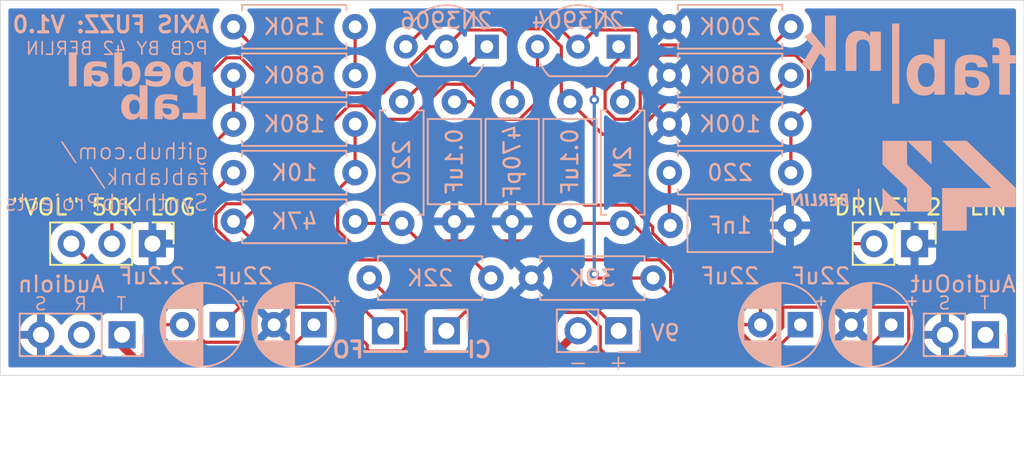
<source format=kicad_pcb>
(kicad_pcb (version 20240108) (generator "pcbnew") (generator_version "8.0")
  (layers (0 "F.Cu" signal) (31 "B.Cu" signal) (34 "B.Paste" user) (35 "F.Paste" user) (36 "B.SilkS" user "B.Silkscreen") (37 "F.SilkS" user "F.Silkscreen") (38 "B.Mask" user) (39 "F.Mask" user) (44 "Edge.Cuts" user))
  (net 0 "")
  (net 1 "Net-(C1-Pad2)")
  (net 2 "Net-(C1-Pad1)")
  (net 3 "Net-(C2-Pad1)")
  (net 4 "Net-(Q2-B)")
  (net 5 "Net-(Q1-E)")
  (net 6 "Net-(Q1-C)")
  (net 7 "Net-(Q1-B)")
  (net 8 "Net-(Q2-E)")
  (net 9 "Net-(R2-Pad2)")
  (net 10 "Net-(R13-Pad2)")
  (net 11 "GND")
  (net 12 "Net-(C4-Pad1)")
  (net 13 "Net-(C7-Pad1)")
  (net 14 "Net-(J3-Pin_1)")
  (net 15 "Net-(C7-Pad2)")
  (net 16 "Net-(J2-Pin_1)")
  (net 17 "Net-(R4-Pad1)")
  (net 18 "-9V")
  (net 19 "Net-(J10-PadR)")
  (net 20 "Net-(J12-PadT)")
  (footprint "Connector_PinHeader_2.54mm:PinHeader_1x02_P2.54mm_Vertical" (layer "F.Cu") (at 177.927 69.85 -90)
    (property "Reference" "\"DRIVE\" 2K LIN")
    (property "Value" "2K lin DRIVE")
  )
  (footprint "Connector_PinHeader_2.54mm:PinHeader_1x03_P2.54mm_Vertical" (layer "F.Cu") (at 130.175 69.85 -90)
    (property "Reference" "\"VOL\" 50K LOG")
    (property "Value" "50K log VOL")
  )
  (footprint "Resistor_THT:R_Axial_DIN0207_L6.3mm_D2.5mm_P7.62mm_Horizontal" (layer "B.Cu") (at 162.56 62.357)
    (property "Reference" "R6" (hide yes))
    (property "Value" "100K")
  )
  (footprint "Resistor_THT:R_Axial_DIN0207_L6.3mm_D2.5mm_P7.62mm_Horizontal" (layer "B.Cu") (at 153.924 72.009)
    (property "Reference" "R8" (hide yes))
    (property "Value" "39K")
  )
  (footprint "Resistor_THT:R_Axial_DIN0207_L6.3mm_D2.5mm_P7.62mm_Horizontal" (layer "B.Cu") (at 159.639 60.96 -90)
    (property "Reference" "R9" (hide yes))
    (property "Value" "2M")
  )
  (footprint "Capacitor_THT:C_Axial_L5.1mm_D3.1mm_P7.50mm_Horizontal" (layer "B.Cu") (at 156.337 68.46 90)
    (property "Reference" "C5" (hide yes))
    (property "Value" "0.1uF")
  )
  (footprint "Resistor_THT:R_Axial_DIN0207_L6.3mm_D2.5mm_P7.62mm_Horizontal" (layer "B.Cu") (at 135.255 62.357)
    (property "Reference" "R2" (hide yes))
    (property "Value" "180K")
  )
  (footprint "Capacitor_THT:CP_Radial_D5.0mm_P2.50mm" (layer "B.Cu") (at 176.465113 74.93 180)
    (property "Reference" "C3" (hide yes))
    (property "Value" "22uF")
  )
  (footprint "Resistor_THT:R_Axial_DIN0207_L6.3mm_D2.5mm_P7.62mm_Horizontal" (layer "B.Cu") (at 162.56 56.261)
    (property "Reference" "R13" (hide yes))
    (property "Value" "200K")
  )
  (footprint "Capacitor_THT:CP_Radial_D5.0mm_P2.50mm" (layer "B.Cu") (at 134.555113 74.93 180)
    (property "Reference" "C1" (hide yes))
    (property "Value" "2.2uF")
  )
  (footprint "Capacitor_THT:C_Axial_L5.1mm_D3.1mm_P7.50mm_Horizontal" (layer "B.Cu") (at 149.098 60.96 -90)
    (property "Reference" "C8" (hide yes))
    (property "Value" "0.1uF")
  )
  (footprint "Resistor_THT:R_Axial_DIN0207_L6.3mm_D2.5mm_P7.62mm_Horizontal" (layer "B.Cu") (at 145.796 68.58 90)
    (property "Reference" "R11" (hide yes))
    (property "Value" "220")
  )
  (footprint "Connector_PinHeader_2.54mm:PinHeader_1x01_P2.54mm_Vertical" (layer "B.Cu") (at 148.59 75.311 180)
    (property "Reference" "J3" (hide yes))
    (property "Value" "From FX Send")
  )
  (footprint "Resistor_THT:R_Axial_DIN0207_L6.3mm_D2.5mm_P7.62mm_Horizontal" (layer "B.Cu") (at 170.18 65.405 180)
    (property "Reference" "R5" (hide yes))
    (property "Value" "220")
  )
  (footprint "Library:PinHeader_1x02_P2.54mm_Vertical_TS" (layer "B.Cu") (at 182.372 75.565 90)
    (property "Reference" "J12" (hide yes))
    (property "Value" "AudioOut")
  )
  (footprint "Resistor_THT:R_Axial_DIN0207_L6.3mm_D2.5mm_P7.62mm_Horizontal" (layer "B.Cu") (at 142.875 59.309 180)
    (property "Reference" "R4" (hide yes))
    (property "Value" "680K")
  )
  (footprint "Connector_PinHeader_2.54mm:PinHeader_1x01_P2.54mm_Vertical" (layer "B.Cu") (at 144.78 75.311 180)
    (property "Reference" "J2" (hide yes))
    (property "Value" "FX Return")
  )
  (footprint "Library:PinHeader_1x03_P2.54mm_Vertical_TRS" (layer "B.Cu") (at 128.27 75.565 90)
    (property "Reference" "J10" (hide yes))
    (property "Value" "AudioIn")
  )
  (footprint "Package_TO_SOT_THT:TO-92_Inline_Wide" (layer "B.Cu") (at 159.385 57.51 180)
    (property "Reference" "Q1" (hide yes))
    (property "Value" "2N3904")
  )
  (footprint "Capacitor_THT:C_Axial_L5.1mm_D3.1mm_P7.50mm_Horizontal" (layer "B.Cu") (at 152.7175 60.96 -90)
    (property "Reference" "C6" (hide yes))
    (property "Value" "470pF")
  )
  (footprint "Package_TO_SOT_THT:TO-92_Inline_Wide" (layer "B.Cu") (at 151.13 57.51 180)
    (property "Reference" "Q2" (hide yes))
    (property "Value" "2N3906")
  )
  (footprint "Connector_PinHeader_2.54mm:PinHeader_1x02_P2.54mm_Vertical" (layer "B.Cu") (at 159.385 75.311 90)
    (property "Reference" "V1" (hide yes))
    (property "Value" "9V")
  )
  (footprint "Resistor_THT:R_Axial_DIN0207_L6.3mm_D2.5mm_P7.62mm_Horizontal" (layer "B.Cu") (at 162.56 59.309)
    (property "Reference" "R10" (hide yes))
    (property "Value" "680K")
  )
  (footprint "Resistor_THT:R_Axial_DIN0207_L6.3mm_D2.5mm_P7.62mm_Horizontal" (layer "B.Cu") (at 135.255 68.453)
    (property "Reference" "R12" (hide yes))
    (property "Value" "47K")
  )
  (footprint "Capacitor_THT:CP_Radial_D5.0mm_P2.50mm" (layer "B.Cu") (at 140.295 74.93 180)
    (property "Reference" "C2" (hide yes))
    (property "Value" "22uF")
  )
  (footprint "Resistor_THT:R_Axial_DIN0207_L6.3mm_D2.5mm_P7.62mm_Horizontal" (layer "B.Cu") (at 143.764 72.009)
    (property "Reference" "R1" (hide yes))
    (property "Value" "22K")
  )
  (footprint "Resistor_THT:R_Axial_DIN0207_L6.3mm_D2.5mm_P7.62mm_Horizontal" (layer "B.Cu") (at 135.255 56.261)
    (property "Reference" "R7" (hide yes))
    (property "Value" "150K")
  )
  (footprint "Capacitor_THT:CP_Radial_D5.0mm_P2.50mm" (layer "B.Cu") (at 170.775 74.93 180)
    (property "Reference" "C7" (hide yes))
    (property "Value" "22uF")
  )
  (footprint "Capacitor_THT:C_Axial_L5.1mm_D3.1mm_P7.50mm_Horizontal" (layer "B.Cu") (at 162.62 68.707)
    (property "Reference" "C4" (hide yes))
    (property "Value" "1nF")
  )
  (footprint "Resistor_THT:R_Axial_DIN0207_L6.3mm_D2.5mm_P7.62mm_Horizontal" (layer "B.Cu") (at 142.875 65.405 180)
    (property "Reference" "R3" (hide yes))
    (property "Value" "10K")
  )
  (gr_poly (pts (xy 179.139885 58.311012) (xy 179.11893 58.281285) (xy 179.09565 58.251791) (xy 179.069889 58.222762) (xy 179.041493 58.19443) (xy 179.026258 58.180598) (xy 179.010306 58.167028) (xy 178.993618 58.153749) (xy 178.976174 58.14079) (xy 178.957955 58.128179) (xy 178.938941 58.115946) (xy 178.919113 58.10412) (xy 178.898452 58.092731) (xy 178.876939 58.081806) (xy 178.854553 58.071375) (xy 178.831276 58.061468) (xy 178.807089 58.052113) (xy 178.781971 58.043339) (xy 178.755903 58.035176) (xy 178.728867 58.027652) (xy 178.700842 58.020797) (xy 178.671809 58.014639) (xy 178.64175 58.009208) (xy 178.610644 58.004533) (xy 178.578472 58.000643) (xy 178.545215 57.997567) (xy 178.510853 57.995333) (xy 178.475368 57.993972) (xy 178.438739 57.993512) (xy 178.376494 57.995127) (xy 178.316263 57.99992) (xy 178.258041 58.007813) (xy 178.201828 58.01873) (xy 178.147621 58.032592) (xy 178.095417 58.049322) (xy 178.045214 58.068843) (xy 177.997009 58.091077) (xy 177.9508 58.115946) (xy 177.906585 58.143373) (xy 177.864361 58.173281) (xy 177.824125 58.205592) (xy 177.785876 58.240228) (xy 177.749611 58.277112) (xy 177.715328 58.316167) (xy 177.683023 58.357314) (xy 177.652695 58.400477) (xy 177.624341 58.445577) (xy 177.597959 58.492538) (xy 177.573546 58.541282) (xy 177.551101 58.591731) (xy 177.53062 58.643808) (xy 177.5121 58.697436) (xy 177.495541 58.752536) (xy 177.480939 58.809031) (xy 177.468291 58.866844) (xy 177.457596 58.925897) (xy 177.448851 58.986113) (xy 177.442054 59.047414) (xy 177.437201 59.109723) (xy 177.433323 59.237054) (xy 177.437654 59.365425) (xy 177.450608 59.491974) (xy 177.472128 59.61581) (xy 177.502156 59.736041) (xy 177.540632 59.851777) (xy 177.587499 59.962126) (xy 177.642699 60.066196) (xy 177.673406 60.115597) (xy 177.706174 60.163095) (xy 177.740996 60.208578) (xy 177.777865 60.251934) (xy 177.816774 60.293051) (xy 177.857715 60.331819) (xy 177.900681 60.368126) (xy 177.945665 60.40186) (xy 177.99266 60.43291) (xy 178.041657 60.461165) (xy 178.092651 60.486513) (xy 178.145634 60.508843) (xy 178.200598 60.528043) (xy 178.257536 60.544002) (xy 178.316441 60.556609) (xy 178.377305 60.565751) (xy 178.440123 60.571319) (xy 178.504885 60.573199) (xy 178.571899 60.571966) (xy 178.634205 60.56829) (xy 178.692054 60.562212) (xy 178.745697 60.553769) (xy 178.795387 60.543001) (xy 178.841376 60.529946) (xy 178.883915 60.514643) (xy 178.923257 60.497131) (xy 178.959654 60.477449) (xy 178.993356 60.455635) (xy 179.024617 60.431728) (xy 179.053689 60.405767) (xy 179.080822 60.377791) (xy 179.106269 60.347838) (xy 179.130283 60.315948) (xy 179.153114 60.282158) (xy 179.153708 60.312466) (xy 179.155388 60.34355) (xy 179.157997 60.374943) (xy 179.161382 60.406182) (xy 179.165387 60.4368) (xy 179.169857 60.466333) (xy 179.174637 60.494316) (xy 179.179573 60.520284) (xy 179.827802 60.520284) (xy 179.827802 59.713305) (xy 179.827802 59.28997) (xy 179.179573 59.28997) (xy 179.178139 59.365873) (xy 179.173682 59.439548) (xy 179.165969 59.510625) (xy 179.154768 59.578738) (xy 179.139846 59.643518) (xy 179.120971 59.704596) (xy 179.097911 59.761605) (xy 179.084738 59.788468) (xy 179.070432 59.814176) (xy 179.054963 59.838682) (xy 179.038302 59.861941) (xy 179.02042 59.883906) (xy 179.001289 59.904532) (xy 178.980878 59.923772) (xy 178.95916 59.941581) (xy 178.936104 59.957912) (xy 178.911682 59.972719) (xy 178.885865 59.985957) (xy 178.858623 59.997579) (xy 178.829928 60.007539) (xy 178.799751 60.015792) (xy 178.768062 60.02229) (xy 178.734832 60.026989) (xy 178.700033 60.029842) (xy 178.663635 60.030804) (xy 178.630691 60.029916) (xy 178.598829 60.02727) (xy 178.568048 60.02289) (xy 178.538345 60.016799) (xy 178.509718 60.009023) (xy 178.482163 59.999585) (xy 178.45568 59.988509) (xy 178.430264 59.97582) (xy 178.405914 59.961542) (xy 178.382628 59.945699) (xy 178.360403 59.928316) (xy 178.339236 59.909416) (xy 178.319125 59.889024) (xy 178.300068 59.867164) (xy 178.282063 59.84386) (xy 178.265106 59.819137) (xy 178.249196 59.793019) (xy 178.23433 59.765529) (xy 178.220505 59.736693) (xy 178.207719 59.706534) (xy 178.195971 59.675077) (xy 178.185256 59.642346) (xy 178.175574 59.608364) (xy 178.166921 59.573157) (xy 178.159295 59.536749) (xy 178.152694 59.499163) (xy 178.147115 59.460425) (xy 178.142556 59.420557) (xy 178.139014 59.379585) (xy 178.136487 59.337532) (xy 178.134468 59.250283) (xy 178.136338 59.174677) (xy 178.141987 59.101843) (xy 178.151473 59.03207) (xy 178.164854 58.965649) (xy 178.182188 58.902872) (xy 178.203534 58.844029) (xy 178.228949 58.78941) (xy 178.243201 58.763776) (xy 178.258492 58.739306) (xy 178.274829 58.716039) (xy 178.29222 58.694009) (xy 178.310672 58.673253) (xy 178.330193 58.653808) (xy 178.350789 58.635709) (xy 178.372467 58.618994) (xy 178.395236 58.603698) (xy 178.419102 58.589858) (xy 178.444073 58.57751) (xy 178.470155 58.566691) (xy 178.497357 58.557436) (xy 178.525685 58.549783) (xy 178.555146 58.543767) (xy 178.585749 58.539425) (xy 178.6175 58.536793) (xy 178.650406 58.535908) (xy 178.686842 58.536644) (xy 178.721752 58.538853) (xy 178.75516 58.542535) (xy 178.78709 58.54769) (xy 178.817567 58.554318) (xy 178.846615 58.562418) (xy 178.874258 58.571991) (xy 178.90052 58.583037) (xy 178.925426 58.595555) (xy 178.948999 58.609547) (xy 178.971264 58.625011) (xy 178.992246 58.641948) (xy 179.011967 58.660358) (xy 179.030454 58.68024) (xy 179.047729 58.701596) (xy 179.063817 58.724424) (xy 179.078743 58.748724) (xy 179.09253 58.774498) (xy 179.105203 58.801745) (xy 179.116786 58.830464) (xy 179.127303 58.860656) (xy 179.136778 58.89232) (xy 179.145236 58.925458) (xy 179.152701 58.960068) (xy 179.159197 58.996151) (xy 179.164748 59.033707) (xy 179.173113 59.113237) (xy 179.17799 59.198658) (xy 179.179573 59.28997) (xy 179.827802 59.28997) (xy 179.827801 57.041012) (xy 179.139885 57.041012)) (fill solid) (layer "B.SilkS"))
  (gr_poly (pts (xy 183.089979 56.98869) (xy 183.044556 56.990369) (xy 182.999752 56.992979) (xy 182.956499 56.996364) (xy 182.915726 57.000369) (xy 182.878364 57.004839) (xy 182.845343 57.009619) (xy 182.817593 57.014554) (xy 182.817593 57.55695) (xy 182.825186 57.556801) (xy 182.83307 57.556381) (xy 182.849632 57.554883) (xy 182.867125 57.552764) (xy 182.885392 57.550335) (xy 182.90428 57.547906) (xy 182.923633 57.545788) (xy 182.933435 57.544942) (xy 182.943296 57.544289) (xy 182.953195 57.543869) (xy 182.963114 57.543721) (xy 182.998935 57.544674) (xy 183.015818 57.54589) (xy 183.032024 57.547622) (xy 183.047562 57.549888) (xy 183.062439 57.552703) (xy 183.076662 57.556085) (xy 183.090238 57.56005) (xy 183.103174 57.564617) (xy 183.115479 57.569801) (xy 183.127158 57.57562) (xy 183.138219 57.58209) (xy 183.148671 57.589229) (xy 183.158519 57.597054) (xy 183.167771 57.605581) (xy 183.176434 57.614827) (xy 183.184516 57.62481) (xy 183.192024 57.635546) (xy 183.198966 57.647053) (xy 183.205347 57.659347) (xy 183.211176 57.672445) (xy 183.216461 57.686364) (xy 183.221207 57.701121) (xy 183.225423 57.716733) (xy 183.229116 57.733218) (xy 183.232293 57.750591) (xy 183.234961 57.76887) (xy 183.237128 57.788073) (xy 183.239987 57.829314) (xy 183.240926 57.87445) (xy 183.240926 58.0332) (xy 182.804364 58.0332) (xy 182.804364 58.549138) (xy 183.227697 58.549138) (xy 183.227697 60.507054) (xy 183.902385 60.520284) (xy 183.902385 58.562367) (xy 184.272801 58.562367) (xy 184.272801 58.046429) (xy 183.915614 58.046429) (xy 183.915614 57.834762) (xy 183.912662 57.74241) (xy 183.90378 57.65405) (xy 183.888929 57.569953) (xy 183.879254 57.529588) (xy 183.868071 57.490391) (xy 183.855378 57.452395) (xy 183.841167 57.415634) (xy 183.825436 57.380143) (xy 183.808178 57.345955) (xy 183.78939 57.313104) (xy 183.769066 57.281624) (xy 183.747201 57.251549) (xy 183.723791 57.222913) (xy 183.69883 57.19575) (xy 183.672315 57.170093) (xy 183.644239 57.145977) (xy 183.614599 57.123436) (xy 183.583388 57.102503) (xy 183.550604 57.083212) (xy 183.51624 57.065598) (xy 183.480291 57.049694) (xy 183.442754 57.035534) (xy 183.403623 57.023151) (xy 183.362893 57.012581) (xy 183.32056 57.003857) (xy 183.276618 56.997012) (xy 183.231062 56.992081) (xy 183.183889 56.989097) (xy 183.135093 56.988095)) (fill solid) (layer "B.SilkS"))
  (gr_poly (pts (xy 178.995357 64.886248) (xy 178.995357 63.406896) (xy 177.455863 63.406896)) (fill solid) (layer "B.SilkS"))
  (gr_poly (pts (xy 171.140209 67.496368) (xy 171.31396 67.496368) (xy 171.221648 66.708404) (xy 171.047896 66.708404)) (fill solid) (layer "B.SilkS"))
  (gr_poly (pts (xy 176.52051 61.089137) (xy 176.970301 61.089137) (xy 176.970301 56.062054) (xy 176.52051 56.062054)) (fill solid) (layer "B.SilkS"))
  (gr_poly (pts (xy 175.915647 64.886248) (xy 177.455863 66.3656) (xy 177.455863 67.844951) (xy 178.995357 67.844951) (xy 178.995357 66.3656) (xy 177.455863 64.886248) (xy 177.455863 63.406896) (xy 175.915647 63.406896)) (fill solid) (layer "B.SilkS"))
  (gr_poly (pts (xy 172.567768 66.861638) (xy 172.860742 66.861638) (xy 172.882569 67.014149) (xy 172.599757 67.014149) (xy 172.621584 67.168112) (xy 172.903603 67.168112) (xy 172.927575 67.343134) (xy 172.629601 67.343134) (xy 172.650635 67.497098) (xy 173.150778 67.497098) (xy 173.041002 66.708404) (xy 172.54602 66.708404)) (fill solid) (layer "B.SilkS"))
  (gr_poly (pts (xy 170.381305 67.221127) (xy 170.320265 66.708404) (xy 170.146593 66.708404) (xy 170.238906 67.497098) (xy 170.390035 67.497098) (xy 170.738968 66.98147) (xy 170.798579 67.497098) (xy 170.972251 67.497098) (xy 170.878509 66.708404) (xy 170.7273 66.708404)) (fill solid) (layer "B.SilkS"))
  (gr_poly (pts (xy 175.915726 67.844983) (xy 177.455911 67.844983) (xy 175.915726 66.365631)) (fill solid) (layer "B.SilkS"))
  (gr_poly (pts (xy 171.630905 67.343134) (xy 171.396114 67.343134) (xy 171.41429 67.496368) (xy 171.822754 67.496368) (xy 171.729728 66.708404) (xy 171.555974 66.708404)) (fill solid) (layer "B.SilkS"))
  (gr_poly (pts (xy 181.347773 58.009855) (xy 181.234537 58.019247) (xy 181.128587 58.034995) (xy 181.030002 58.057177) (xy 180.983495 58.070705) (xy 180.938857 58.085871) (xy 180.8961 58.102683) (xy 180.855232 58.121153) (xy 180.816263 58.141289) (xy 180.779203 58.163101) (xy 180.744062 58.186599) (xy 180.710848 58.211793) (xy 180.679573 58.238692) (xy 180.650245 58.267307) (xy 180.622874 58.297645) (xy 180.59747 58.329719) (xy 180.574043 58.363536) (xy 180.552602 58.399107) (xy 180.533157 58.436442) (xy 180.515718 58.47555) (xy 180.500294 58.51644) (xy 180.486895 58.559123) (xy 180.475532 58.603609) (xy 180.466212 58.649906) (xy 180.458947 58.698025) (xy 180.453745 58.747975) (xy 180.450617 58.799766) (xy 180.449572 58.853408) (xy 180.449572 59.885284) (xy 180.447298 60.07752) (xy 180.441304 60.272236) (xy 180.437299 60.358898) (xy 180.432829 60.432227) (xy 180.428049 60.487572) (xy 180.423114 60.520284) (xy 181.071343 60.520284) (xy 181.076304 60.497572) (xy 181.081265 60.470054) (xy 181.091187 60.406181) (xy 181.101108 60.339829) (xy 181.106069 60.309211) (xy 181.11103 60.282158) (xy 181.12922 60.309408) (xy 181.149271 60.336444) (xy 181.171492 60.363054) (xy 181.183513 60.376133) (xy 181.196193 60.389025) (xy 181.209571 60.401704) (xy 181.223685 60.414143) (xy 181.238574 60.426315) (xy 181.254277 60.438195) (xy 181.270833 60.449755) (xy 181.28828 60.460968) (xy 181.306658 60.471808) (xy 181.326004 60.482249) (xy 181.346358 60.492263) (xy 181.367759 60.501825) (xy 181.390244 60.510906) (xy 181.413854 60.519482) (xy 181.438626 60.527524) (xy 181.4646 60.535007) (xy 181.491814 60.541904) (xy 181.520308 60.548188) (xy 181.550118 60.553832) (xy 181.581286 60.558811) (xy 181.613848 60.563096) (xy 181.647845 60.566662) (xy 181.683314 60.569482) (xy 181.720295 60.57153) (xy 181.758826 60.572777) (xy 181.798947 60.573199) (xy 181.853752 60.572087) (xy 181.90656 60.568797) (xy 181.957385 60.5634) (xy 182.006247 60.555965) (xy 182.05316 60.546564) (xy 182.098144 60.535266) (xy 182.141213 60.522141) (xy 182.182386 60.50726) (xy 182.221679 60.490693) (xy 182.259109 60.472511) (xy 182.294694 60.452783) (xy 182.328449 60.43158) (xy 182.360393 60.408972) (xy 182.390542 60.385029) (xy 182.418913 60.359822) (xy 182.445522 60.333421) (xy 182.470388 60.305895) (xy 182.493526 60.277316) (xy 182.514955 60.247753) (xy 182.53469 60.217278) (xy 182.552749 60.185959) (xy 182.569148 60.153867) (xy 182.583906 60.121074) (xy 182.597037 60.087647) (xy 182.618493 60.019179) (xy 182.63365 59.949025) (xy 182.642645 59.877747) (xy 182.645613 59.805907) (xy 182.644597 59.76622) (xy 181.957697 59.76622) (xy 181.956447 59.798276) (xy 181.952659 59.829808) (xy 181.949794 59.845312) (xy 181.946274 59.860604) (xy 181.942089 59.875659) (xy 181.937233 59.890451) (xy 181.9317 59.904951) (xy 181.92548 59.919134) (xy 181.918568 59.932974) (xy 181.910956 59.946442) (xy 181.902637 59.959513) (xy 181.893602 59.972161) (xy 181.883846 59.984358) (xy 181.873361 59.996077) (xy 181.86214 60.007293) (xy 181.850175 60.017978) (xy 181.837459 60.028107) (xy 181.823985 60.037651) (xy 181.809745 60.046585) (xy 181.794733 60.054882) (xy 181.77894 60.062515) (xy 181.76236 60.069458) (xy 181.744986 60.075684) (xy 181.72681 60.081166) (xy 181.707825 60.085878) (xy 181.688024 60.089792) (xy 181.667399 60.092884) (xy 181.645943 60.095125) (xy 181.623649 60.096489) (xy 181.60051 60.09695) (xy 181.560696 60.096067) (xy 181.523069 60.093455) (xy 181.48757 60.089167) (xy 181.454136 60.083255) (xy 181.422708 60.075774) (xy 181.393226 60.066777) (xy 181.365628 60.056316) (xy 181.339854 60.044446) (xy 181.315843 60.031219) (xy 181.293536 60.016689) (xy 181.27287 60.00091) (xy 181.253787 59.983933) (xy 181.236224 59.965813) (xy 181.220123 59.946603) (xy 181.205421 59.926357) (xy 181.192059 59.905126) (xy 181.179976 59.882966) (xy 181.169112 59.859929) (xy 181.159405 59.836068) (xy 181.150796 59.811437) (xy 181.143223 59.786089) (xy 181.136627 59.760077) (xy 181.12612 59.706275) (xy 181.118792 59.650458) (xy 181.114157 59.593052) (xy 181.111732 59.534484) (xy 181.111031 59.475179) (xy 181.111031 59.395803) (xy 181.388843 59.395803) (xy 181.462815 59.397347) (xy 181.531031 59.401953) (xy 181.593627 59.409582) (xy 181.650739 59.420195) (xy 181.702503 59.433754) (xy 181.749054 59.450219) (xy 181.770417 59.45953) (xy 181.790527 59.469553) (xy 181.809402 59.480283) (xy 181.827059 59.491715) (xy 181.843515 59.503846) (xy 181.858785 59.516669) (xy 181.872889 59.53018) (xy 181.885841 59.544374) (xy 181.89766 59.559246) (xy 181.908362 59.574792) (xy 181.917965 59.591006) (xy 181.926485 59.607884) (xy 181.933939 59.625421) (xy 181.940344 59.643612) (xy 181.945717 59.662452) (xy 181.950075 59.681936) (xy 181.955814 59.722819) (xy 181.957697 59.76622) (xy 182.644597 59.76622) (xy 182.644301 59.754669) (xy 182.640384 59.705132) (xy 182.633895 59.65729) (xy 182.624865 59.611139) (xy 182.613326 59.566674) (xy 182.599308 59.52389) (xy 182.582844 59.482782) (xy 182.563965 59.443345) (xy 182.542702 59.405576) (xy 182.519087 59.369467) (xy 182.493151 59.335016) (xy 182.464927 59.302217) (xy 182.434445 59.271065) (xy 182.401736 59.241555) (xy 182.366833 59.213683) (xy 182.329767 59.187444) (xy 182.290569 59.162832) (xy 182.249271 59.139843) (xy 182.205905 59.118473) (xy 182.160501 59.098715) (xy 182.113091 59.080566) (xy 182.063708 59.064021) (xy 182.012381 59.049074) (xy 181.959144 59.035722) (xy 181.904026 59.023958) (xy 181.847061 59.013778) (xy 181.788279 59.005178) (xy 181.727711 58.998153) (xy 181.66539 58.992697) (xy 181.601346 58.988806) (xy 181.468218 58.985699) (xy 181.111031 58.985699) (xy 181.111031 58.840178) (xy 181.111851 58.807974) (xy 181.114493 58.776022) (xy 181.119228 58.744574) (xy 181.126327 58.713881) (xy 181.130848 58.698897) (xy 181.136061 58.684196) (xy 181.142002 58.66981) (xy 181.148703 58.655771) (xy 181.156198 58.642109) (xy 181.164522 58.628857) (xy 181.173709 58.616046) (xy 181.183791 58.603707) (xy 181.194804 58.591872) (xy 181.206781 58.580572) (xy 181.219755 58.569839) (xy 181.233762 58.559705) (xy 181.248835 58.5502) (xy 181.265007 58.541356) (xy 181.282313 58.533205) (xy 181.300786 58.525779) (xy 181.320461 58.519108) (xy 181.341372 58.513225) (xy 181.363551 58.50816) (xy 181.387034 58.503946) (xy 181.411854 58.500613) (xy 181.438045 58.498194) (xy 181.465641 58.496719) (xy 181.494676 58.49622) (xy 181.521271 58.496567) (xy 181.546511 58.497602) (xy 181.570438 58.499316) (xy 181.593094 58.501698) (xy 181.614519 58.504739) (xy 181.634755 58.508429) (xy 181.653843 58.512758) (xy 181.671823 58.517718) (xy 181.688738 58.523297) (xy 181.704628 58.529487) (xy 181.719535 58.536277) (xy 181.733499 58.543659) (xy 181.746562 58.551622) (xy 181.758765 58.560157) (xy 181.77015 58.569253) (xy 181.780757 58.578902) (xy 181.790628 58.589094) (xy 181.799803 58.599818) (xy 181.808324 58.611066) (xy 181.816233 58.622827) (xy 181.82357 58.635092) (xy 181.830376 58.647852) (xy 181.842562 58.674814) (xy 181.85312 58.703636) (xy 181.86238 58.734242) (xy 181.870671 58.766552) (xy 181.878322 58.800491) (xy 182.526551 58.800491) (xy 182.51641 58.719633) (xy 182.50061 58.641043) (xy 182.490466 58.602726) (xy 182.478763 58.565127) (xy 182.465452 58.528299) (xy 182.450483 58.492293) (xy 182.43381 58.457158) (xy 182.415382 58.422946) (xy 182.395153 58.389708) (xy 182.373072 58.357495) (xy 182.349093 58.326357) (xy 182.323166 58.296345) (xy 182.295243 58.267511) (xy 182.265275 58.239905) (xy 182.233215 58.213578) (xy 182.199013 58.188581) (xy 182.162622 58.164964) (xy 182.123992 58.142779) (xy 182.083075 58.122077) (xy 182.039824 58.102908) (xy 181.994189 58.085323) (xy 181.946122 58.069373) (xy 181.895574 58.055109) (xy 181.842497 58.042582) (xy 181.786843 58.031842) (xy 181.728564 58.022942) (xy 181.66761 58.01593) (xy 181.603933 58.010859) (xy 181.537485 58.007779) (xy 181.468218 58.006741)) (fill solid) (layer "B.SilkS"))
  (gr_poly (pts (xy 174.371655 56.512813) (xy 174.327198 56.515712) (xy 174.283734 56.520533) (xy 174.241296 56.527271) (xy 174.199913 56.535918) (xy 174.159618 56.546466) (xy 174.120442 56.558908) (xy 174.082416 56.573237) (xy 174.045573 56.589446) (xy 174.009944 56.607528) (xy 173.975559 56.627474) (xy 173.942451 56.649279) (xy 173.910651 56.672934) (xy 173.880191 56.698433) (xy 173.851101 56.725768) (xy 173.823414 56.754932) (xy 173.797162 56.785917) (xy 173.772374 56.818716) (xy 173.749084 56.853323) (xy 173.727322 56.88973) (xy 173.70712 56.927929) (xy 173.68851 56.967913) (xy 173.671523 57.009675) (xy 173.65619 57.053208) (xy 173.642543 57.098504) (xy 173.630613 57.145557) (xy 173.620433 57.194359) (xy 173.612032 57.244902) (xy 173.605444 57.297179) (xy 173.600699 57.351184) (xy 173.597829 57.406909) (xy 173.596865 57.464346) (xy 173.596865 59.025387) (xy 174.284781 59.025387) (xy 174.284781 57.543721) (xy 174.285895 57.49259) (xy 174.289354 57.443494) (xy 174.295333 57.396608) (xy 174.304005 57.352105) (xy 174.315545 57.310159) (xy 174.322445 57.290201) (xy 174.330127 57.270947) (xy 174.338614 57.252419) (xy 174.347926 57.234641) (xy 174.358087 57.217632) (xy 174.369117 57.201416) (xy 174.381038 57.186014) (xy 174.393873 57.171447) (xy 174.407643 57.157738) (xy 174.422369 57.144908) (xy 174.438075 57.132979) (xy 174.45478 57.121973) (xy 174.472508 57.111912) (xy 174.49128 57.102817) (xy 174.511118 57.094711) (xy 174.532043 57.087615) (xy 174.554078 57.08155) (xy 174.577244 57.07654) (xy 174.601563 57.072605) (xy 174.627057 57.069767) (xy 174.653747 57.068048) (xy 174.681656 57.067471) (xy 174.709717 57.067939) (xy 174.73685 57.06936) (xy 174.763058 57.071754) (xy 174.788342 57.075145) (xy 174.812707 57.079552) (xy 174.836153 57.084999) (xy 174.858683 57.091506) (xy 174.880301 57.099097) (xy 174.901007 57.107792) (xy 174.920805 57.117613) (xy 174.939698 57.128582) (xy 174.957686 57.140722) (xy 174.974774 57.154053) (xy 174.990963 57.168598) (xy 175.006255 57.184378) (xy 175.020654 57.201416) (xy 175.034161 57.219732) (xy 175.04678 57.23935) (xy 175.058511 57.26029) (xy 175.069359 57.282574) (xy 175.079325 57.306224) (xy 175.088412 57.331263) (xy 175.096621 57.357711) (xy 175.103956 57.385591) (xy 175.11042 57.414924) (xy 175.116013 57.445732) (xy 175.12074 57.478038) (xy 175.124601 57.511862) (xy 175.1276 57.547227) (xy 175.12974 57.584154) (xy 175.131448 57.662783) (xy 175.131448 59.025387) (xy 175.819364 59.025387) (xy 175.819364 56.564762) (xy 175.157906 56.564762) (xy 175.152971 56.59414) (xy 175.148191 56.631115) (xy 175.143721 56.67336) (xy 175.139716 56.718551) (xy 175.136332 56.764362) (xy 175.133722 56.808468) (xy 175.132043 56.848543) (xy 175.131448 56.882262) (xy 175.115141 56.851941) (xy 175.095869 56.820767) (xy 175.073458 56.789128) (xy 175.047732 56.757412) (xy 175.018519 56.726006) (xy 175.00255 56.71054) (xy 174.985643 56.695297) (xy 174.967777 56.680325) (xy 174.94893 56.665673) (xy 174.92908 56.65139) (xy 174.908206 56.637523) (xy 174.886285 56.624121) (xy 174.863296 56.611232) (xy 174.839217 56.598906) (xy 174.814025 56.58719) (xy 174.787701 56.576133) (xy 174.760221 56.565783) (xy 174.731563 56.556189) (xy 174.701707 56.547399) (xy 174.670629 56.539462) (xy 174.638309 56.532426) (xy 174.604725 56.526339) (xy 174.569854 56.521251) (xy 174.533676 56.517209) (xy 174.496167 56.514261) (xy 174.457307 56.512458) (xy 174.417073 56.511846)) (fill solid) (layer "B.SilkS"))
  (gr_poly (pts (xy 173.455073 66.708749) (xy 173.444724 66.709261) (xy 173.434146 66.710071) (xy 173.423393 66.711235) (xy 173.412519 66.712806) (xy 173.40158 66.714839) (xy 173.390629 66.717388) (xy 173.379721 66.720508) (xy 173.368909 66.724252) (xy 173.35825 66.728674) (xy 173.347796 66.73383) (xy 173.337604 66.739774) (xy 173.327725 66.746559) (xy 173.322921 66.750284) (xy 173.318217 66.75424) (xy 173.313618 66.758433) (xy 173.309131 66.762871) (xy 173.304151 66.768257) (xy 173.299315 66.774065) (xy 173.294649 66.780293) (xy 173.290177 66.786937) (xy 173.285922 66.793994) (xy 173.281911 66.80146) (xy 173.278166 66.809333) (xy 173.274712 66.817609) (xy 173.271573 66.826286) (xy 173.268774 66.835359) (xy 173.266339 66.844826) (xy 173.264292 66.854683) (xy 173.262658 66.864928) (xy 173.261461 66.875556) (xy 173.260724 66.886565) (xy 173.260473 66.897952) (xy 173.260617 66.907356) (xy 173.261046 66.916509) (xy 173.261757 66.925416) (xy 173.262748 66.93408) (xy 173.264015 66.942506) (xy 173.265555 66.950698) (xy 173.267365 66.958661) (xy 173.269443 66.966398) (xy 173.271785 66.973913) (xy 173.274388 66.981212) (xy 173.277249 66.988298) (xy 173.280365 66.995175) (xy 173.283733 67.001847) (xy 173.28735 67.00832) (xy 173.291213 67.014596) (xy 173.29532 67.020681) (xy 173.299998 67.027136) (xy 173.304769 67.033162) (xy 173.30962 67.038776) (xy 173.314539 67.043992) (xy 173.319515 67.048824) (xy 173.324535 67.053289) (xy 173.329587 67.0574) (xy 173.334659 67.061172) (xy 173.339741 67.064621) (xy 173.344818 67.067762) (xy 173.34988 67.070609) (xy 173.354914 67.073177) (xy 173.359909 67.075481) (xy 173.364852 67.077536) (xy 173.369732 67.079357) (xy 173.374537 67.080959) (xy 173.367437 67.082838) (xy 173.360575 67.084925) (xy 173.353949 67.087205) (xy 173.347558 67.089665) (xy 173.341401 67.092291) (xy 173.335476 67.095069) (xy 173.329784 67.097985) (xy 173.324322 67.101025) (xy 173.31909 67.104177) (xy 173.314086 67.107425) (xy 173.309311 67.110756) (xy 173.304762 67.114156) (xy 173.300438 67.117611) (xy 173.29634 67.121108) (xy 173.292464 67.124632) (xy 173.288811 67.128171) (xy 173.282509 67.134879) (xy 173.27669 67.141671) (xy 173.271345 67.14856) (xy 173.266462 67.155562) (xy 173.262032 67.162692) (xy 173.258043 67.169965) (xy 173.254485 67.177394) (xy 173.251347 67.184996) (xy 173.248617 67.192786) (xy 173.246287 67.200777) (xy 173.244345 67.208986) (xy 173.242779 67.217426) (xy 173.24158 67.226114) (xy 173.240737 67.235063) (xy 173.240239 67.244288) (xy 173.240076 67.253806) (xy 173.240434 67.269126) (xy 173.241477 67.283775) (xy 173.243158 67.297759) (xy 173.245427 67.311088) (xy 173.248237 67.32377) (xy 173.25154 67.335814) (xy 173.255288 67.347228) (xy 173.259433 67.358021) (xy 173.263926 67.368201) (xy 173.268721 67.377777) (xy 173.273768 67.386757) (xy 173.279019 67.395149) (xy 173.284428 67.402963) (xy 173.289945 67.410207) (xy 173.295523 67.416889) (xy 173.301114 67.423017) (xy 173.306784 67.428725) (xy 173.312614 67.434143) (xy 173.318596 67.439276) (xy 173.324723 67.444133) (xy 173.337389 67.453048) (xy 173.350555 67.460943) (xy 173.364169 67.467876) (xy 173.378175 67.473905) (xy 173.39252 67.479088) (xy 173.407148 67.48348) (xy 173.422007 67.487141) (xy 173.437041 67.490128) (xy 173.452196 67.492497) (xy 173.467418 67.494307) (xy 173.482652 67.495614) (xy 173.497845 67.496477) (xy 173.512941 67.496952) (xy 173.527888 67.497098) (xy 173.807764 67.497098) (xy 173.791104 67.354755) (xy 173.617344 67.354755) (xy 173.554082 67.354755) (xy 173.540957 67.354548) (xy 173.52647 67.353778) (xy 173.518887 67.353114) (xy 173.511168 67.352226) (xy 173.50338 67.351087) (xy 173.495592 67.34967) (xy 173.487872 67.347946) (xy 173.480288 67.345888) (xy 173.472908 67.343469) (xy 173.4658 67.34066) (xy 173.459032 67.337435) (xy 173.452672 67.333765) (xy 173.449666 67.331755) (xy 173.446788 67.329623) (xy 173.444046 67.327366) (xy 173.441448 67.324981) (xy 173.439472 67.323055) (xy 173.437375 67.320811) (xy 173.435192 67.318237) (xy 173.432958 67.315322) (xy 173.430706 67.312054) (xy 173.42847 67.308421) (xy 173.426285 67.304411) (xy 173.425222 67.302262) (xy 173.424185 67.300014) (xy 173.423177 67.297666) (xy 173.422204 67.295216) (xy 173.421268 67.292663) (xy 173.420376 67.290007) (xy 173.41953 67.287244) (xy 173.418735 67.284374) (xy 173.417996 67.281395) (xy 173.417316 67.278306) (xy 173.416701 67.275105) (xy 173.416153 67.271791) (xy 173.415678 67.268362) (xy 173.41528 67.264817) (xy 173.414963 67.261155) (xy 173.414731 67.257374) (xy 173.414589 67.253472) (xy 173.414541 67.249448) (xy 173.414586 67.246227) (xy 173.41473 67.24284) (xy 173.414987 67.239311) (xy 173.415372 67.235662) (xy 173.415896 67.231915) (xy 173.416575 67.228092) (xy 173.417421 67.224216) (xy 173.41845 67.220309) (xy 173.419673 67.216394) (xy 173.421106 67.212492) (xy 173.422761 67.208627) (xy 173.424653 67.20482) (xy 173.426796 67.201093) (xy 173.429202 67.19747) (xy 173.431886 67.193973) (xy 173.434861 67.190623) (xy 173.437261 67.188244) (xy 173.439811 67.186004) (xy 173.442499 67.183902) (xy 173.445313 67.18193) (xy 173.44824 67.180087) (xy 173.45127 67.178367) (xy 173.457589 67.175281) (xy 173.464175 67.172636) (xy 173.470934 67.170401) (xy 173.47777 67.16854) (xy 173.484589 67.167019) (xy 173.491296 67.165805) (xy 173.497798 67.164863) (xy 173.503998 67.164159) (xy 173.509803 67.16366) (xy 173.519847 67.163138) (xy 173.527173 67.163025) (xy 173.594801 67.163025) (xy 173.617344 67.354755) (xy 173.791104 67.354755) (xy 173.752938 67.028674) (xy 173.579561 67.028674) (xy 173.543922 67.028674) (xy 173.532532 67.028467) (xy 173.526523 67.028167) (xy 173.520355 67.027698) (xy 173.514067 67.027033) (xy 173.507698 67.026145) (xy 173.501286 67.025006) (xy 173.494868 67.023588) (xy 173.488484 67.021864) (xy 173.482172 67.019806) (xy 173.47597 67.017386) (xy 173.469917 67.014577) (xy 173.464051 67.01135) (xy 173.45841 67.00768) (xy 173.453033 67.003536) (xy 173.450455 67.001279) (xy 173.447957 66.998893) (xy 173.444903 66.995629) (xy 173.442023 66.992113) (xy 173.439321 66.988364) (xy 173.436799 66.984404) (xy 173.434461 66.980253) (xy 173.432309 66.97593) (xy 173.430348 66.971456) (xy 173.42858 66.966851) (xy 173.427008 66.962136) (xy 173.425635 66.95733) (xy 173.424465 66.952453) (xy 173.423501 66.947527) (xy 173.422745 66.942571) (xy 173.422202 66.937605) (xy 173.421873 66.93265) (xy 173.421763 66.927725) (xy 173.421921 66.921902) (xy 173.422377 66.91641) (xy 173.423105 66.911239) (xy 173.424081 66.906379) (xy 173.425279 66.901822) (xy 173.426673 66.897558) (xy 173.428238 66.893576) (xy 173.429949 66.889868) (xy 173.43178 66.886424) (xy 173.433705 66.883234) (xy 173.435699 66.880289) (xy 173.437737 66.877579) (xy 173.439793 66.875095) (xy 173.441842 66.872827) (xy 173.443857 66.870765) (xy 173.445815 66.8689) (xy 173.447815 66.867248) (xy 173.449867 66.865695) (xy 173.45197 66.864239) (xy 173.454121 66.862875) (xy 173.458555 66.860414) (xy 173.463147 66.858288) (xy 173.467877 66.856473) (xy 173.472722 66.854945) (xy 173.477662 66.853678) (xy 173.482674 66.852648) (xy 173.487738 66.851832) (xy 173.492831 66.851203) (xy 173.497932 66.850739) (xy 173.50302 66.850414) (xy 173.51307 66.850083) (xy 173.522809 66.850017) (xy 173.559162 66.850017) (xy 173.579561 67.028674) (xy 173.752938 67.028674) (xy 173.715452 66.708404) (xy 173.474866 66.708404)) (fill solid) (layer "B.SilkS"))
  (gr_poly (pts (xy 172.151285 66.708841) (xy 172.137903 66.709495) (xy 172.124598 66.710536) (xy 172.111389 66.712037) (xy 172.098297 66.71407) (xy 172.085343 66.716707) (xy 172.072548 66.720021) (xy 172.05993 66.724083) (xy 172.047512 66.728967) (xy 172.035313 66.734745) (xy 172.023355 66.741489) (xy 172.011657 66.749271) (xy 172.000239 66.758164) (xy 171.989123 66.76824) (xy 171.978329 66.779572) (xy 171.973408 66.785148) (xy 171.968496 66.791263) (xy 171.963636 66.79793) (xy 171.95887 66.805159) (xy 171.954241 66.812963) (xy 171.949791 66.821354) (xy 171.945562 66.830342) (xy 171.941599 66.83994) (xy 171.937942 66.850158) (xy 171.934634 66.86101) (xy 171.931719 66.872507) (xy 171.929238 66.88466) (xy 171.927235 66.897481) (xy 171.925751 66.910981) (xy 171.92483 66.925173) (xy 171.924593 66.932532) (xy 171.924513 66.940068) (xy 171.9248 66.953906) (xy 171.92565 66.967363) (xy 171.927043 66.980436) (xy 171.928962 66.993118) (xy 171.931388 67.005404) (xy 171.934304 67.017289) (xy 171.93769 67.028768) (xy 171.941529 67.039836) (xy 171.945802 67.050486) (xy 171.950492 67.060714) (xy 171.955579 67.070514) (xy 171.961046 67.079881) (xy 171.966875 67.08881) (xy 171.973046 67.097296) (xy 171.979543 67.105332) (xy 171.986345 67.112915) (xy 171.992619 67.119051) (xy 171.99916 67.124925) (xy 172.005946 67.130534) (xy 172.012955 67.135872) (xy 172.020165 67.140933) (xy 172.027552 67.145712) (xy 172.035096 67.150203) (xy 172.042772 67.154402) (xy 172.050559 67.158304) (xy 172.058434 67.161902) (xy 172.066375 67.165192) (xy 172.07436 67.168168) (xy 172.082365 67.170824) (xy 172.090369 67.173157) (xy 172.098349 67.17516) (xy 172.106282 67.176828) (xy 171.912211 67.497098) (xy 172.115013 67.497098) (xy 172.296702 67.186266) (xy 172.333057 67.497098) (xy 172.506728 67.497098) (xy 172.456321 67.066433) (xy 172.282892 67.066433) (xy 172.240028 67.066433) (xy 172.22877 67.066229) (xy 172.222727 67.065935) (xy 172.21646 67.06548) (xy 172.21001 67.064838) (xy 172.203415 67.063983) (xy 172.196716 67.06289) (xy 172.189953 67.061533) (xy 172.183164 67.059886) (xy 172.17639 67.057925) (xy 172.169669 67.055623) (xy 172.163043 67.052955) (xy 172.15655 67.049895) (xy 172.150231 67.046419) (xy 172.144124 67.042499) (xy 172.138269 67.038112) (xy 172.13547 67.03577) (xy 172.1328 67.033374) (xy 172.130257 67.030926) (xy 172.127838 67.028429) (xy 172.125541 67.025884) (xy 172.123362 67.023294) (xy 172.11935 67.017981) (xy 172.115782 67.012507) (xy 172.112635 67.006886) (xy 172.109889 67.001133) (xy 172.107523 66.995264) (xy 172.105514 66.989292) (xy 172.103843 66.983232) (xy 172.102487 66.977101) (xy 172.101425 66.970912) (xy 172.100636 66.96468) (xy 172.100099 66.958421) (xy 172.099792 66.952149) (xy 172.099695 66.945878) (xy 172.099768 66.941168) (xy 172.100006 66.936315) (xy 172.100437 66.931347) (xy 172.101088 66.926293) (xy 172.101987 66.921179) (xy 172.10316 66.916032) (xy 172.104635 66.910882) (xy 172.106441 66.905755) (xy 172.108603 66.90068) (xy 172.11115 66.895682) (xy 172.114109 66.890792) (xy 172.115752 66.888395) (xy 172.117508 66.886035) (xy 172.119381 66.883715) (xy 172.121374 66.88144) (xy 172.12349 66.879211) (xy 172.125734 66.877034) (xy 172.128108 66.87491) (xy 172.130616 66.872845) (xy 172.133261 66.87084) (xy 172.136047 66.8689) (xy 172.140392 66.866174) (xy 172.14497 66.863709) (xy 172.149775 66.861493) (xy 172.154803 66.859514) (xy 172.160049 66.85776) (xy 172.165506 66.856221) (xy 172.17117 66.854884) (xy 172.177035 66.853738) (xy 172.183096 66.85277) (xy 172.189349 66.851969) (xy 172.195787 66.851324) (xy 172.202407 66.850822) (xy 172.209201 66.850452) (xy 172.216166 66.850203) (xy 172.230584 66.850017) (xy 172.256697 66.850017) (xy 172.282892 67.066433) (xy 172.456321 67.066433) (xy 172.414415 66.708404) (xy 172.178195 66.708404)) (fill solid) (layer "B.SilkS"))
  (gr_poly (pts (xy 172.313635 57.609866) (xy 172.238188 57.509614) (xy 172.151578 57.3982) (xy 172.055046 57.276863) (xy 171.949833 57.146845) (xy 171.718322 56.865726) (xy 171.466968 56.564762) (xy 170.9928 56.8706) (xy 171.546343 57.490804) (xy 170.8912 58.5724) (xy 171.374364 59.025387) (xy 171.996135 57.927367) (xy 172.313635 58.231638) (xy 172.313635 59.025387) (xy 173.001551 59.025387) (xy 173.001551 55.559346) (xy 172.313635 55.559346)) (fill solid) (layer "B.SilkS"))
  (gr_poly (pts (xy 182.735848 66.3656) (xy 179.655408 66.3656) (xy 179.655408 69.042521) (xy 181.195624 69.042521) (xy 181.195624 67.56317) (xy 184.275342 67.56317) (xy 184.275342 66.3656) (xy 181.195624 63.406896) (xy 179.655408 63.406896)) (fill solid) (layer "B.SilkS"))
  (gr_poly (pts (xy 174.363786 67.892155) (xy 174.4815 67.892155) (xy 174.4815 66.407724) (xy 174.363786 66.407724)) (fill solid) (layer "B.SilkS"))
  (gr_rect (start 120.65 54.61) (end 184.785 78.105) (stroke (width 0.05)) (fill none) (layer "Edge.Cuts"))
  (gr_text "pedal" (at 133.451639 60.327271 0) (layer "B.SilkS") (effects (font (size 2 2) (thickness 0.3) (bold yes)) (justify left bottom mirror)))
  (gr_text "S" (at 180.244235 74.041 0) (layer "B.SilkS") (effects (font (size 0.8 0.8) (thickness 0.1)) (justify left bottom mirror)))
  (gr_text "S" (at 123.6218 74.0918 0) (layer "B.SilkS") (effects (font (size 0.8 0.8) (thickness 0.1)) (justify left bottom mirror)))
  (gr_text "CI" (at 151.527087 77.077855 0) (layer "B.SilkS") (effects (font (size 1 1) (thickness 0.2) (bold yes)) (justify left bottom mirror)))
  (gr_text "FO" (at 143.518926 77.082264 0) (layer "B.SilkS") (effects (font (size 1 1) (thickness 0.2) (bold yes)) (justify left bottom mirror)))
  (gr_text "T" (at 128.6002 74.0918 0) (layer "B.SilkS") (effects (font (size 0.8 0.8) (thickness 0.1)) (justify left bottom mirror)))
  (gr_text "Lab" (at 133.770808 62.392301 0) (layer "B.SilkS") (effects (font (size 2 2) (thickness 0.3) (bold yes)) (justify left bottom mirror)))
  (gr_text "T" (at 182.7022 74.041 0) (layer "B.SilkS") (effects (font (size 0.8 0.8) (thickness 0.1)) (justify left bottom mirror)))
  (gr_text "+" (at 160.055489 77.851 0) (layer "B.SilkS") (effects (font (size 1 1) (thickness 0.1)) (justify left bottom mirror)))
  (gr_text "AXIS FUZZ: V1.0\n" (at 133.84781 56.711693 0) (layer "B.SilkS") (effects (font (size 1 1) (thickness 0.2) (bold yes)) (justify left bottom mirror)))
  (gr_text "R" (at 126.142235 74.0918 0) (layer "B.SilkS") (effects (font (size 0.8 0.8) (thickness 0.1)) (justify left bottom mirror)))
  (gr_text "PCB BY 42 BERLIN" (at 133.731662 58.087086 -0) (layer "B.SilkS") (effects (font (size 0.8 0.8) (thickness 0.1)) (justify left bottom mirror)))
  (gr_text "-" (at 157.529175 77.866614 0) (layer "B.SilkS") (effects (font (size 1 1) (thickness 0.1)) (justify left bottom mirror)))
  (gr_text "github.com/\nfablabnk/\nSynthLabProjects" (at 133.764073 67.874935 0) (layer "B.SilkS") (effects (font (size 1 1) (thickness 0.1)) (justify left bottom mirror)))
  (segment (start 130.175 74.93) (end 132.055113 74.93) (width 0.2) (layer "F.Cu") (net 1))
  (segment (start 125.095 69.85) (end 130.175 74.93) (width 0.2) (layer "F.Cu") (net 1))
  (segment (start 143.63 76.461) (end 143.75 76.581) (width 0.2) (layer "F.Cu") (net 2))
  (segment (start 143.75 76.581) (end 145.81 76.581) (width 0.2) (layer "F.Cu") (net 2))
  (segment (start 133.755 66.905) (end 133.755 71.929887) (width 0.2) (layer "F.Cu") (net 2))
  (segment (start 135.655113 73.83) (end 141.26 73.83) (width 0.2) (layer "F.Cu") (net 2))
  (segment (start 145.81 76.581) (end 146.05 76.341) (width 0.2) (layer "F.Cu") (net 2))
  (segment (start 135.255 65.405) (end 133.755 66.905) (width 0.2) (layer "F.Cu") (net 2))
  (segment (start 133.755 71.929887) (end 135.655113 73.83) (width 0.2) (layer "F.Cu") (net 2))
  (segment (start 134.555113 74.93) (end 135.655113 73.83) (width 0.2) (layer "F.Cu") (net 2))
  (segment (start 146.05 74.295) (end 143.764 72.009) (width 0.2) (layer "F.Cu") (net 2))
  (segment (start 143.63 76.2) (end 143.63 76.461) (width 0.2) (layer "F.Cu") (net 2))
  (segment (start 141.26 73.83) (end 143.63 76.2) (width 0.2) (layer "F.Cu") (net 2))
  (segment (start 146.05 76.341) (end 146.05 74.295) (width 0.2) (layer "F.Cu") (net 2))
  (segment (start 139.195 76.03) (end 140.295 74.93) (width 0.2) (layer "F.Cu") (net 3))
  (segment (start 133.155113 75.73) (end 133.455113 76.03) (width 0.2) (layer "F.Cu") (net 3))
  (segment (start 133.155113 64.456887) (end 133.155113 75.73) (width 0.2) (layer "F.Cu") (net 3))
  (segment (start 135.255 62.357) (end 135.255 59.309) (width 0.2) (layer "F.Cu") (net 3))
  (segment (start 133.455113 76.03) (end 139.195 76.03) (width 0.2) (layer "F.Cu") (net 3))
  (segment (start 135.255 62.357) (end 133.155113 64.456887) (width 0.2) (layer "F.Cu") (net 3))
  (segment (start 152.04 60.96) (end 152.7175 60.96) (width 0.2) (layer "F.Cu") (net 4))
  (segment (start 148.59 57.51) (end 149.64 56.46) (width 0.2) (layer "F.Cu") (net 4))
  (segment (start 156.337 60.96) (end 155.795 60.418) (width 0.2) (layer "F.Cu") (net 4))
  (segment (start 147.534925 57.51) (end 148.59 57.51) (width 0.2) (layer "F.Cu") (net 4))
  (segment (start 153.416 56.388) (end 152.7175 57.0865) (width 0.2) (layer "F.Cu") (net 4))
  (segment (start 155.795 57.515075) (end 154.667925 56.388) (width 0.2) (layer "F.Cu") (net 4))
  (segment (start 152.091 56.46) (end 152.7175 57.0865) (width 0.2) (layer "F.Cu") (net 4))
  (segment (start 162.401365 60.96) (end 161.46 61.901365) (width 0.2) (layer "F.Cu") (net 4))
  (segment (start 154.667925 56.388) (end 153.416 56.388) (width 0.2) (layer "F.Cu") (net 4))
  (segment (start 144.635925 60.409) (end 147.534925 57.51) (width 0.2) (layer "F.Cu") (net 4))
  (segment (start 135.255 56.261) (end 139.403 60.409) (width 0.2) (layer "F.Cu") (net 4))
  (segment (start 160.401 62.992) (end 158.369 62.992) (width 0.2) (layer "F.Cu") (net 4))
  (segment (start 149.64 56.46) (end 152.091 56.46) (width 0.2) (layer "F.Cu") (net 4))
  (segment (start 139.403 60.409) (end 144.635925 60.409) (width 0.2) (layer "F.Cu") (net 4))
  (segment (start 161.46 61.933) (end 160.401 62.992) (width 0.2) (layer "F.Cu") (net 4))
  (segment (start 170.18 59.309) (end 168.529 60.96) (width 0.2) (layer "F.Cu") (net 4))
  (segment (start 158.369 62.992) (end 156.337 60.96) (width 0.2) (layer "F.Cu") (net 4))
  (segment (start 152.7175 57.0865) (end 152.7175 60.96) (width 0.2) (layer "F.Cu") (net 4))
  (segment (start 161.46 61.901365) (end 161.46 61.933) (width 0.2) (layer "F.Cu") (net 4))
  (segment (start 168.529 60.96) (end 162.401365 60.96) (width 0.2) (layer "F.Cu") (net 4))
  (segment (start 155.795 60.418) (end 155.795 57.515075) (width 0.2) (layer "F.Cu") (net 4))
  (segment (start 161.544 72.009) (end 166.37 76.835) (width 0.2) (layer "F.Cu") (net 5))
  (segment (start 174.560113 76.835) (end 176.465113 74.93) (width 0.2) (layer "F.Cu") (net 5))
  (segment (start 157.861 59.817) (end 159.385 58.293) (width 0.2) (layer "F.Cu") (net 5))
  (segment (start 159.385 58.293) (end 159.385 57.51) (width 0.2) (layer "F.Cu") (net 5))
  (segment (start 158.115 72.009) (end 157.861 71.755) (width 0.2) (layer "F.Cu") (net 5))
  (segment (start 166.37 76.835) (end 174.560113 76.835) (width 0.2) (layer "F.Cu") (net 5))
  (segment (start 161.544 72.009) (end 158.115 72.009) (width 0.2) (layer "F.Cu") (net 5))
  (segment (start 157.861 60.833) (end 157.861 59.817) (width 0.2) (layer "F.Cu") (net 5))
  (via (at 157.861 60.833) (size 0.6) (drill 0.3) (layers "F.Cu" "B.Cu") (net 5))
  (via (at 157.861 71.755) (size 0.6) (drill 0.3) (layers "F.Cu" "B.Cu") (net 5))
  (segment (start 157.861 60.833) (end 157.861 71.755) (width 0.2) (layer "B.Cu") (net 5))
  (segment (start 135.820686 68.453) (end 135.255 68.453) (width 0.2) (layer "F.Cu") (net 6))
  (segment (start 151.849 62.06) (end 149.649 59.86) (width 0.2) (layer "F.Cu") (net 6))
  (segment (start 154.305 60.928135) (end 153.173135 62.06) (width 0.2) (layer "F.Cu") (net 6))
  (segment (start 153.173135 62.06) (end 151.849 62.06) (width 0.2) (layer "F.Cu") (net 6))
  (segment (start 149.649 59.86) (end 148.547 59.86) (width 0.2) (layer "F.Cu") (net 6))
  (segment (start 137.668 70.866) (end 135.255 68.453) (width 0.2) (layer "F.Cu") (net 6))
  (segment (start 142.462365 61.214) (end 138.684 64.992365) (width 0.2) (layer "F.Cu") (net 6))
  (segment (start 137.668 70.866) (end 150.241 70.866) (width 0.2) (layer "F.Cu") (net 6))
  (segment (start 138.684 64.992365) (end 138.684 65.589686) (width 0.2) (layer "F.Cu") (net 6))
  (segment (start 150.241 70.866) (end 151.384 72.009) (width 0.2) (layer "F.Cu") (net 6))
  (segment (start 146.347 62.06) (end 144.229 62.06) (width 0.2) (layer "F.Cu") (net 6))
  (segment (start 144.229 62.06) (end 143.383 61.214) (width 0.2) (layer "F.Cu") (net 6))
  (segment (start 143.383 61.214) (end 142.462365 61.214) (width 0.2) (layer "F.Cu") (net 6))
  (segment (start 148.547 59.86) (end 146.347 62.06) (width 0.2) (layer "F.Cu") (net 6))
  (segment (start 138.684 65.589686) (end 135.820686 68.453) (width 0.2) (layer "F.Cu") (net 6))
  (segment (start 154.305 57.51) (end 154.305 60.928135) (width 0.2) (layer "F.Cu") (net 6))
  (segment (start 171.28 58.853365) (end 170.465635 58.039) (width 0.2) (layer "F.Cu") (net 7))
  (segment (start 170.18 62.357) (end 171.28 61.257) (width 0.2) (layer "F.Cu") (net 7))
  (segment (start 158.539 61.415635) (end 158.539 60.282) (width 0.2) (layer "F.Cu") (net 7))
  (segment (start 160.739 59.294316) (end 160.739 61.415635) (width 0.2) (layer "F.Cu") (net 7))
  (segment (start 160.739 61.415635) (end 160.094635 62.06) (width 0.2) (layer "F.Cu") (net 7))
  (segment (start 158.539 60.282) (end 160.655 58.166) (width 0.2) (layer "F.Cu") (net 7))
  (segment (start 160.094635 62.06) (end 159.183365 62.06) (width 0.2) (layer "F.Cu") (net 7))
  (segment (start 170.18 62.357) (end 170.18 65.405) (width 0.2) (layer "F.Cu") (net 7))
  (segment (start 160.655 58.166) (end 160.655 56.642) (width 0.2) (layer "F.Cu") (net 7))
  (segment (start 155.088 55.753) (end 156.845 57.51) (width 0.2) (layer "F.Cu") (net 7))
  (segment (start 171.28 61.257) (end 171.28 58.853365) (width 0.2) (layer "F.Cu") (net 7))
  (segment (start 147.807 55.753) (end 155.088 55.753) (width 0.2) (layer "F.Cu") (net 7))
  (segment (start 146.05 57.51) (end 147.807 55.753) (width 0.2) (layer "F.Cu") (net 7))
  (segment (start 159.183365 62.06) (end 158.539 61.415635) (width 0.2) (layer "F.Cu") (net 7))
  (segment (start 170.465635 58.039) (end 161.994316 58.039) (width 0.2) (layer "F.Cu") (net 7))
  (segment (start 157.895 56.46) (end 156.845 57.51) (width 0.2) (layer "F.Cu") (net 7))
  (segment (start 160.473 56.46) (end 157.895 56.46) (width 0.2) (layer "F.Cu") (net 7))
  (segment (start 161.994316 58.039) (end 160.739 59.294316) (width 0.2) (layer "F.Cu") (net 7))
  (segment (start 160.655 56.642) (end 160.473 56.46) (width 0.2) (layer "F.Cu") (net 7))
  (segment (start 145.923 60.96) (end 147.593 59.29) (width 0.2) (layer "F.Cu") (net 8))
  (segment (start 147.593 59.29) (end 149.35 59.29) (width 0.2) (layer "F.Cu") (net 8))
  (segment (start 145.796 60.96) (end 145.923 60.96) (width 0.2) (layer "F.Cu") (net 8))
  (segment (start 149.35 59.29) (end 151.13 57.51) (width 0.2) (layer "F.Cu") (net 8))
  (segment (start 141.775 66.505) (end 142.875 65.405) (width 0.2) (layer "F.Cu") (net 9))
  (segment (start 141.775 69.004) (end 141.775 66.505) (width 0.2) (layer "F.Cu") (net 9))
  (segment (start 142.851 70.08) (end 141.775 69.004) (width 0.2) (layer "F.Cu") (net 9))
  (segment (start 159.385 75.311) (end 154.154 70.08) (width 0.2) (layer "F.Cu") (net 9))
  (segment (start 142.875 62.357) (end 142.875 65.405) (width 0.2) (layer "F.Cu") (net 9))
  (segment (start 154.154 70.08) (end 142.851 70.08) (width 0.2) (layer "F.Cu") (net 9))
  (segment (start 159.639 59.82863) (end 162.06363 57.404) (width 0.2) (layer "F.Cu") (net 10))
  (segment (start 162.06363 57.404) (end 169.037 57.404) (width 0.2) (layer "F.Cu") (net 10))
  (segment (start 169.037 57.404) (end 170.18 56.261) (width 0.2) (layer "F.Cu") (net 10))
  (segment (start 159.639 60.96) (end 159.639 59.82863) (width 0.2) (layer "F.Cu") (net 10))
  (segment (start 162.56 68.647) (end 162.62 68.707) (width 0.2) (layer "F.Cu") (net 12))
  (segment (start 162.56 65.405) (end 162.56 68.647) (width 0.2) (layer "F.Cu") (net 12))
  (segment (start 154.319686 69.68) (end 155.505686 70.866) (width 0.2) (layer "F.Cu") (net 13))
  (segment (start 162.644 71.553365) (end 162.644 72.543314) (width 0.2) (layer "F.Cu") (net 13))
  (segment (start 155.505686 70.866) (end 161.956635 70.866) (width 0.2) (layer "F.Cu") (net 13))
  (segment (start 162.644 72.543314) (end 166.535686 76.435) (width 0.2) (layer "F.Cu") (net 13))
  (segment (start 166.535686 76.435) (end 169.27 76.435) (width 0.2) (layer "F.Cu") (net 13))
  (segment (start 145.796 68.58) (end 146.896 69.68) (width 0.2) (layer "F.Cu") (net 13))
  (segment (start 146.896 69.68) (end 154.319686 69.68) (width 0.2) (layer "F.Cu") (net 13))
  (segment (start 143.002 68.58) (end 142.875 68.453) (width 0.2) (layer "F.Cu") (net 13))
  (segment (start 169.27 76.435) (end 170.775 74.93) (width 0.2) (layer "F.Cu") (net 13))
  (segment (start 161.956635 70.866) (end 162.644 71.553365) (width 0.2) (layer "F.Cu") (net 13))
  (segment (start 145.796 68.58) (end 143.002 68.58) (width 0.2) (layer "F.Cu") (net 13))
  (segment (start 169.675 73.83) (end 169.675 75.085635) (width 0.2) (layer "F.Cu") (net 14))
  (segment (start 169.675 75.085635) (end 168.730635 76.03) (width 0.2) (layer "F.Cu") (net 14))
  (segment (start 157.321346 74.161) (end 158.235 75.074654) (width 0.2) (layer "F.Cu") (net 14))
  (segment (start 148.59 75.311) (end 149.74 74.161) (width 0.2) (layer "F.Cu") (net 14))
  (segment (start 159.009 77.235) (end 176.360113 77.235) (width 0.2) (layer "F.Cu") (net 14))
  (segment (start 156.457 68.58) (end 156.337 68.46) (width 0.2) (layer "F.Cu") (net 14))
  (segment (start 177.565113 73.83) (end 169.675 73.83) (width 0.2) (layer "F.Cu") (net 14))
  (segment (start 158.235 75.074654) (end 158.235 76.461) (width 0.2) (layer "F.Cu") (net 14))
  (segment (start 177.565113 76.03) (end 177.565113 73.83) (width 0.2) (layer "F.Cu") (net 14))
  (segment (start 160.236321 68.58) (end 159.639 68.58) (width 0.2) (layer "F.Cu") (net 14))
  (segment (start 149.74 74.161) (end 157.321346 74.161) (width 0.2) (layer "F.Cu") (net 14))
  (segment (start 176.360113 77.235) (end 177.565113 76.03) (width 0.2) (layer "F.Cu") (net 14))
  (segment (start 158.235 76.461) (end 159.009 77.235) (width 0.2) (layer "F.Cu") (net 14))
  (segment (start 167.686321 76.03) (end 160.236321 68.58) (width 0.2) (layer "F.Cu") (net 14))
  (segment (start 168.730635 76.03) (end 167.686321 76.03) (width 0.2) (layer "F.Cu") (net 14))
  (segment (start 159.639 68.58) (end 156.457 68.58) (width 0.2) (layer "F.Cu") (net 14))
  (segment (start 149.098 60.96) (end 150.114 60.96) (width 0.2) (layer "F.Cu") (net 15))
  (segment (start 161.52 68.81) (end 161.52 69.191) (width 0.2) (layer "F.Cu") (net 15))
  (segment (start 168.275 73.79863) (end 168.275 74.93) (width 0.2) (layer "F.Cu") (net 15))
  (segment (start 160.147 67.437) (end 161.52 68.81) (width 0.2) (layer "F.Cu") (net 15))
  (segment (start 153.035 63.881) (end 153.706686 63.881) (width 0.2) (layer "F.Cu") (net 15))
  (segment (start 175.387 69.85) (end 172.22363 69.85) (width 0.2) (layer "F.Cu") (net 15))
  (segment (start 172.22363 69.85) (end 168.275 73.79863) (width 0.2) (layer "F.Cu") (net 15))
  (segment (start 153.706686 63.881) (end 157.262686 67.437) (width 0.2) (layer "F.Cu") (net 15))
  (segment (start 161.52 69.191) (end 167.259 74.93) (width 0.2) (layer "F.Cu") (net 15))
  (segment (start 150.114 60.96) (end 153.035 63.881) (width 0.2) (layer "F.Cu") (net 15))
  (segment (start 167.259 74.93) (end 168.275 74.93) (width 0.2) (layer "F.Cu") (net 15))
  (segment (start 157.262686 67.437) (end 160.147 67.437) (width 0.2) (layer "F.Cu") (net 15))
  (segment (start 134.155 67.997365) (end 134.155 68.908635) (width 0.2) (layer "F.Cu") (net 16))
  (segment (start 127.635 69.85) (end 127.635 65.373365) (width 0.2) (layer "F.Cu") (net 16))
  (segment (start 135.710635 67.353) (end 134.799365 67.353) (width 0.2) (layer "F.Cu") (net 16))
  (segment (start 135.710635 58.209) (end 138.315635 60.814) (width 0.2) (layer "F.Cu") (net 16))
  (segment (start 134.799365 58.209) (end 135.710635 58.209) (width 0.2) (layer "F.Cu") (net 16))
  (segment (start 138.271365 73.025) (end 142.494 73.025) (width 0.2) (layer "F.Cu") (net 16))
  (segment (start 142.494 73.025) (end 144.78 75.311) (width 0.2) (layer "F.Cu") (net 16))
  (segment (start 138.315635 60.814) (end 138.315635 64.748) (width 0.2) (layer "F.Cu") (net 16))
  (segment (start 127.635 65.373365) (end 134.799365 58.209) (width 0.2) (layer "F.Cu") (net 16))
  (segment (start 134.155 68.908635) (end 138.271365 73.025) (width 0.2) (layer "F.Cu") (net 16))
  (segment (start 134.799365 67.353) (end 134.155 67.997365) (width 0.2) (layer "F.Cu") (net 16))
  (segment (start 138.315635 64.748) (end 135.710635 67.353) (width 0.2) (layer "F.Cu") (net 16))
  (segment (start 142.875 56.261) (end 142.875 59.309) (width 0.2) (layer "F.Cu") (net 17))
  (segment (start 129.358478 77.355) (end 128.27 76.266522) (width 0.5) (layer "F.Cu") (net 18))
  (segment (start 128.27 76.266522) (end 128.27 75.565) (width 0.5) (layer "F.Cu") (net 18))
  (segment (start 154.801 77.355) (end 129.358478 77.355) (width 0.5) (layer "F.Cu") (net 18))
  (segment (start 156.845 75.311) (end 154.801 77.355) (width 0.5) (layer "F.Cu") (net 18))
  (zone (net 11) (net_name "GND") (layer "B.Cu") (connect_pads (clearance 0.5)) (min_thickness 0.25) (fill yes (thermal_gap 0.5) (thermal_bridge_width 0.5))
    (polygon (pts (xy 184.785 54.61) (xy 120.65 54.61) (xy 120.65 78.105) (xy 184.785 78.105)))
  )
)
</source>
